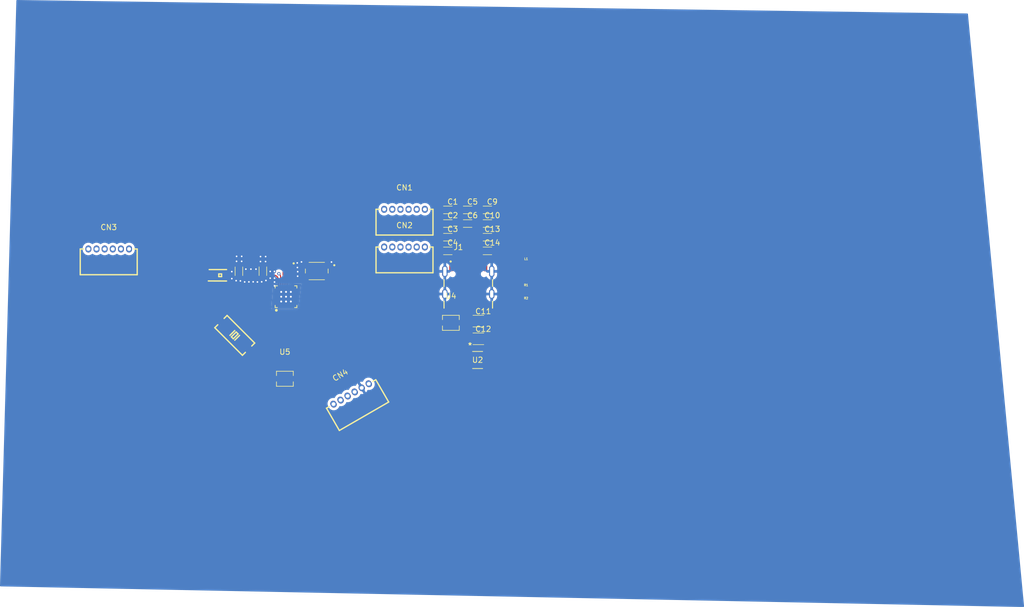
<source format=kicad_pcb>
(kicad_pcb (version 20241229) (generator "pcbnew") (generator_version "9.0")
  (layers (0 "F.Cu" signal) (4 "In1.Cu" signal) (6 "In2.Cu" signal) (2 "B.Cu" signal) (13 "F.Paste" user) (15 "B.Paste" user) (5 "F.SilkS" user "F.Silkscreen") (7 "B.SilkS" user "B.Silkscreen") (1 "F.Mask" user) (3 "B.Mask" user) (25 "Edge.Cuts" user))
  (net 0 "")
  (net 1 "PWR_GND")
  (net 2 "PWR_5V")
  (net 3 "Net-(U5-MODE)")
  (net 4 "Net-(U5-VM)")
  (net 5 "Net-(U4-VM)")
  (net 6 "Net-(U4-MODE)")
  (net 8 "Net-(J1-CC1)")
  (net 9 "Net-(J1-CC2)")
  (net 12 "BPH-1")
  (net 13 "BEN-1")
  (net 14 "APH-1")
  (net 15 "AEN-1")
  (net 16 "AEN")
  (net 17 "BEN")
  (net 18 "BPH")
  (net 19 "APH")
  (net 20 "VDD33")
  (net 21 "VDCIA")
  (net 22 "VINTA")
  (net 23 "ANT")
  (net 24 "Net-(C8-Pad1)")
  (net 43 "1OUT2")
  (net 44 "1ENC2")
  (net 45 "1ENC1")
  (net 46 "1OUT1")
  (net 47 "D-")
  (net 48 "D+")
  (net 49 "VSW")
  (net 50 "BOOT")
  (net 52 "XO_32khz")
  (net 53 "3ENC2")
  (net 54 "XI")
  (net 55 "3ENC1")
  (net 56 "4ENC2")
  (net 58 "2ENC1")
  (net 59 "XO")
  (net 60 "2ENC2")
  (net 62 "XI_32khz")
  (net 63 "4ENC1")
  (net 64 "3OUT1")
  (net 65 "4OUT2")
  (net 66 "3OUT2")
  (net 67 "4OUT1")
  (net 68 "2OUT2")
  (net 70 "2OUT1")
  (footprint "EasyEDA:CONN-TH_6P-P1.50_HCTL_C-ZH1.5-6AW" (layer "F.Cu") (at 92.07 53.25)
    (property "Reference" "CN1" (at 0 -4 0) (layer "F.SilkS"))
    (property "Value" "HC-ZH1.5-6AW")
    (fp_line (start -5.25 0) (end -4.63 0) (stroke (width 0.25)) (layer "F.SilkS"))
    (fp_line (start -5.25 4.75) (end -5.25 0) (stroke (width 0.25)) (layer "F.SilkS"))
    (fp_line (start 5.25 0) (end 4.63 0) (stroke (width 0.25)) (layer "F.SilkS"))
    (fp_line (start 5.25 4.75) (end -5.25 4.75) (stroke (width 0.25)) (layer "F.SilkS"))
    (fp_line (start 5.25 4.75) (end 5.25 0) (stroke (width 0.25)) (layer "F.SilkS"))
    (pad "1" thru_hole oval (at -3.75 0) (size 1.1 1.3) (drill 0.700024) (layers "*.Cu" "*.Mask"))
    (pad "2" thru_hole oval (at -2.25 0) (size 1.1 1.3) (drill 0.700024) (layers "*.Cu" "*.Mask"))
    (pad "3" thru_hole oval (at -0.75 0) (size 1.1 1.3) (drill 0.700024) (layers "*.Cu" "*.Mask"))
    (pad "4" thru_hole oval (at 0.75 0) (size 1.1 1.3) (drill 0.700024) (layers "*.Cu" "*.Mask"))
    (pad "5" thru_hole oval (at 2.25 0) (size 1.1 1.3) (drill 0.700024) (layers "*.Cu" "*.Mask"))
    (pad "6" thru_hole oval (at 3.75 0) (size 1.1 1.3) (drill 0.700024) (layers "*.Cu" "*.Mask"))
  )
  (footprint "Footprint:C_0603" (layer "F.Cu") (at 100.055 58.4)
    (property "Reference" "C3" (at 0.9 -1.5 0) (layer "F.SilkS"))
    (property "Value" ".47uf")
    (fp_line (start -0.8 -0.7) (end 0.8 -0.7) (stroke (width 0.12)) (layer "F.SilkS"))
    (fp_line (start 0.8 0.7) (end -0.8 0.7) (stroke (width 0.12)) (layer "F.SilkS"))
    (pad "1" smd rect (at -0.75 0) (size 0.8 0.8) (layers "F.Cu" "F.Mask" "F.Paste") (net 1 "PWR_GND"))
    (pad "2" smd rect (at 0.75 0) (size 0.8 0.8) (layers "F.Cu" "F.Mask" "F.Paste") (net 22 "VINTA"))
  )
  (footprint "EasyEDA:ANT-SMD_L3.2-W1.6" (layer "F.Cu") (at 57.589999 65.42 180)
    (property "Reference" "U6" (hide yes))
    (property "Value" "ANT3216LL00R2400A" (hide yes))
    (fp_line (start 1.52 1.05) (end -1.68 1.05) (stroke (width 0.25)) (layer "F.SilkS"))
    (fp_line (start -0.25 0.25) (end -0.25 -0.25) (stroke (width 0.25)) (layer "F.SilkS"))
    (fp_line (start -0.25 -0.25) (end -0.76 -0.25) (stroke (width 0.25)) (layer "F.SilkS"))
    (fp_line (start -0.76 0.25) (end -0.25 0.25) (stroke (width 0.25)) (layer "F.SilkS"))
    (fp_line (start -0.76 -0.25) (end -0.76 0.25) (stroke (width 0.25)) (layer "F.SilkS"))
    (fp_line (start -1.68 -1.06) (end 1.68 -1.05) (stroke (width 0.25)) (layer "F.SilkS"))
    (pad "1" smd rect (at -1.58 0 180) (size 1 1.75) (layers "F.Cu" "F.Mask" "F.Paste") (net 24 "Net-(C8-Pad1)"))
    (pad "2" smd rect (at 1.58 0 180) (size 1 1.75) (layers "F.Cu" "F.Mask" "F.Paste"))
  )
  (footprint "CHXXX:QFN32_4X4" (layer "F.Cu") (at 70.23 69.374)
    (property "Reference" "U1" (hide yes))
    (property "Value" "CH592X" (hide yes))
    (fp_line (start -2.0008 -2.00216) (end -1.57407 -2.00216) (stroke (width 0.1524)) (layer "F.SilkS"))
    (fp_line (start -2.0008 -1.60216) (end -2.0008 -2.00216) (stroke (width 0.1524)) (layer "F.SilkS"))
    (fp_line (start -2.0008 1.99784) (end -2.0008 1.59098) (stroke (width 0.1524)) (layer "F.SilkS"))
    (fp_line (start -2.0008 1.99784) (end -1.59504 1.99784) (stroke (width 0.1524)) (layer "F.SilkS"))
    (fp_line (start 1.5835 -2.00216) (end 1.99921 -2.00216) (stroke (width 0.1524)) (layer "F.SilkS"))
    (fp_line (start 1.5852 1.99784) (end 1.99921 1.99784) (stroke (width 0.1524)) (layer "F.SilkS"))
    (fp_line (start 1.99921 -1.59032) (end 1.99921 -2.00216) (stroke (width 0.1524)) (layer "F.SilkS"))
    (fp_line (start 1.99921 1.99784) (end 1.99921 1.59293) (stroke (width 0.1524)) (layer "F.SilkS"))
    (fp_circle (center -1.77954 2.50212) (end -1.77954 2.37512) (stroke (width 0.254)) (fill no) (layer "F.SilkS"))
    (pad "0" thru_hole circle (at -0.889 -0.88737 90) (size 0.508 0.508) (drill 0.3556) (layers "*.Cu" "*.Mask") (net 1 "PWR_GND"))
    (pad "0" thru_hole circle (at -0.889 0) (size 0.508 0.508) (drill 0.3556) (layers "*.Cu") (net 1 "PWR_GND"))
    (pad "0" thru_hole circle (at -0.889 0.88737 90) (size 0.508 0.508) (drill 0.3556) (layers "*.Cu" "*.Mask") (net 1 "PWR_GND"))
    (pad "0" thru_hole circle (at 0 -0.88737) (size 0.508 0.508) (drill 0.3556) (layers "*.Cu") (net 1 "PWR_GND"))
    (pad "0" thru_hole circle (at 0 0 90) (size 0.508 0.508) (drill 0.3556) (layers "*.Cu" "*.Mask") (net 1 "PWR_GND"))
    (pad "0" smd rect (at 0 0 90) (size 2.54 2.54) (layers "F.Cu" "F.Mask" "F.Paste") (net 1 "PWR_GND"))
    (pad "0" thru_hole circle (at 0 0.88737) (size 0.508 0.508) (drill 0.3556) (layers "*.Cu") (net 1 "PWR_GND"))
    (pad "0" thru_hole circle (at 0.889 -0.88737 90) (size 0.508 0.508) (drill 0.3556) (layers "*.Cu" "*.Mask") (net 1 "PWR_GND"))
    (pad "0" thru_hole circle (at 0.889 0) (size 0.508 0.508) (drill 0.3556) (layers "*.Cu") (net 1 "PWR_GND"))
    (pad "0" thru_hole circle (at 0.889 0.88737 90) (size 0.508 0.508) (drill 0.3556) (layers "*.Cu" "*.Mask") (net 1 "PWR_GND"))
    (pad "1" smd oval (at -1.4 1.936 90) (size 0.6 0.22) (layers "F.Cu" "F.Mask" "F.Paste") (net 62 "XI_32khz"))
    (pad "2" smd oval (at -1 1.936 90) (size 0.6 0.22) (layers "F.Cu" "F.Mask" "F.Paste") (net 63 "4ENC1"))
    (pad "3" smd oval (at -0.6 1.936 90) (size 0.6 0.22) (layers "F.Cu" "F.Mask" "F.Paste") (net 56 "4ENC2"))
    (pad "4" smd oval (at -0.2 1.936 90) (size 0.6 0.22) (layers "F.Cu" "F.Mask" "F.Paste") (net 21 "VDCIA"))
    (pad "5" smd oval (at 0.2 1.936 90) (size 0.6 0.22) (layers "F.Cu" "F.Mask" "F.Paste") (net 49 "VSW"))
    (pad "6" smd oval (at 0.6 1.936 90) (size 0.6 0.22) (layers "F.Cu" "F.Mask" "F.Paste") (net 20 "VDD33"))
    (pad "7" smd oval (at 1 1.936 90) (size 0.6 0.22) (layers "F.Cu" "F.Mask" "F.Paste") (net 17 "BEN"))
    (pad "8" smd oval (at 1.4 1.936 90) (size 0.6 0.22) (layers "F.Cu" "F.Mask" "F.Paste") (net 16 "AEN"))
    (pad "9" smd oval (at 1.936 1.4 180) (size 0.6 0.22) (layers "F.Cu" "F.Mask" "F.Paste") (net 18 "BPH"))
    (pad "10" smd oval (at 1.936 1 180) (size 0.6 0.22) (layers "F.Cu" "F.Mask" "F.Paste") (net 19 "APH"))
    (pad "11" smd oval (at 1.936 0.6 180) (size 0.6 0.22) (layers "F.Cu" "F.Mask" "F.Paste") (net 45 "1ENC1"))
    (pad "12" smd oval (at 1.936 0.2 180) (size 0.6 0.22) (layers "F.Cu" "F.Mask" "F.Paste") (net 44 "1ENC2"))
    (pad "13" smd oval (at 1.936 -0.2 180) (size 0.6 0.22) (layers "F.Cu" "F.Mask" "F.Paste") (net 58 "2ENC1"))
    (pad "14" smd oval (at 1.936 -0.6 180) (size 0.6 0.22) (layers "F.Cu" "F.Mask" "F.Paste") (net 60 "2ENC2"))
    (pad "15" smd oval (at 1.936 -1 180) (size 0.6 0.22) (layers "F.Cu" "F.Mask" "F.Paste") (net 48 "D+"))
    (pad "16" smd oval (at 1.936 -1.4 180) (size 0.6 0.22) (layers "F.Cu" "F.Mask" "F.Paste") (net 47 "D-"))
    (pad "17" smd oval (at 1.4 -1.936 270) (size 0.6 0.22) (layers "F.Cu" "F.Mask" "F.Paste"))
    (pad "18" smd oval (at 1 -1.936 270) (size 0.6 0.22) (layers "F.Cu" "F.Mask" "F.Paste"))
    (pad "19" smd oval (at 0.6 -1.936 270) (size 0.6 0.22) (layers "F.Cu" "F.Mask" "F.Paste"))
    (pad "20" smd oval (at 0.2 -1.936 270) (size 0.6 0.22) (layers "F.Cu" "F.Mask" "F.Paste") (net 50 "BOOT"))
    (pad "21" smd oval (at -0.2 -1.936 270) (size 0.6 0.22) (layers "F.Cu" "F.Mask" "F.Paste") (net 54 "XI"))
    (pad "22" smd oval (at -0.6 -1.936 270) (size 0.6 0.22) (layers "F.Cu" "F.Mask" "F.Paste") (net 59 "XO"))
    (pad "23" smd oval (at -1 -1.936 270) (size 0.6 0.22) (layers "F.Cu" "F.Mask" "F.Paste") (net 22 "VINTA"))
    (pad "24" smd oval (at -1.4 -1.936 270) (size 0.6 0.22) (layers "F.Cu" "F.Mask" "F.Paste") (net 23 "ANT"))
    (pad "25" smd oval (at -1.936 -1.4) (size 0.6 0.22) (layers "F.Cu" "F.Mask" "F.Paste") (net 21 "VDCIA"))
    (pad "26" smd oval (at -1.936 -1) (size 0.6 0.22) (layers "F.Cu" "F.Mask" "F.Paste") (net 55 "3ENC1"))
    (pad "27" smd oval (at -1.936 -0.6) (size 0.6 0.22) (layers "F.Cu" "F.Mask" "F.Paste") (net 53 "3ENC2"))
    (pad "28" smd oval (at -1.936 -0.2) (size 0.6 0.22) (layers "F.Cu" "F.Mask" "F.Paste") (net 14 "APH-1"))
    (pad "29" smd oval (at -1.936 0.2) (size 0.6 0.22) (layers "F.Cu" "F.Mask" "F.Paste") (net 12 "BPH-1"))
    (pad "30" smd oval (at -1.936 0.6) (size 0.6 0.22) (layers "F.Cu" "F.Mask" "F.Paste") (net 15 "AEN-1"))
    (pad "31" smd oval (at -1.936 1) (size 0.6 0.22) (layers "F.Cu" "F.Mask" "F.Paste") (net 13 "BEN-1"))
    (pad "32" smd oval (at -1.936 1.4) (size 0.6 0.22) (layers "F.Cu" "F.Mask" "F.Paste") (net 52 "XO_32khz"))
  )
  (footprint "Footprint:C_0603" (layer "F.Cu") (at 107.355 58.4)
    (property "Reference" "C13" (at 0.9 -1.5 0) (layer "F.SilkS"))
    (property "Value" "0.1uf")
    (fp_line (start -0.8 -0.7) (end 0.8 -0.7) (stroke (width 0.12)) (layer "F.SilkS"))
    (fp_line (start 0.8 0.7) (end -0.8 0.7) (stroke (width 0.12)) (layer "F.SilkS"))
    (pad "1" smd rect (at -0.75 0) (size 0.8 0.8) (layers "F.Cu" "F.Mask" "F.Paste") (net 1 "PWR_GND"))
    (pad "2" smd rect (at 0.75 0) (size 0.8 0.8) (layers "F.Cu" "F.Mask" "F.Paste") (net 5 "Net-(U4-VM)"))
  )
  (footprint "EasyEDA:CONN-TH_6P-P1.50_HCTL_C-ZH1.5-6AW" (layer "F.Cu") (at 92.07 60.21)
    (property "Reference" "CN2" (at 0 -4 0) (layer "F.SilkS"))
    (property "Value" "HC-ZH1.5-6AW")
    (fp_line (start -5.25 0) (end -4.63 0) (stroke (width 0.25)) (layer "F.SilkS"))
    (fp_line (start -5.25 4.75) (end -5.25 0) (stroke (width 0.25)) (layer "F.SilkS"))
    (fp_line (start 5.25 0) (end 4.63 0) (stroke (width 0.25)) (layer "F.SilkS"))
    (fp_line (start 5.25 4.75) (end -5.25 4.75) (stroke (width 0.25)) (layer "F.SilkS"))
    (fp_line (start 5.25 4.75) (end 5.25 0) (stroke (width 0.25)) (layer "F.SilkS"))
    (pad "1" thru_hole oval (at -3.75 0) (size 1.1 1.3) (drill 0.700024) (layers "*.Cu" "*.Mask"))
    (pad "2" thru_hole oval (at -2.25 0) (size 1.1 1.3) (drill 0.700024) (layers "*.Cu" "*.Mask"))
    (pad "3" thru_hole oval (at -0.75 0) (size 1.1 1.3) (drill 0.700024) (layers "*.Cu" "*.Mask"))
    (pad "4" thru_hole oval (at 0.75 0) (size 1.1 1.3) (drill 0.700024) (layers "*.Cu" "*.Mask"))
    (pad "5" thru_hole oval (at 2.25 0) (size 1.1 1.3) (drill 0.700024) (layers "*.Cu" "*.Mask"))
    (pad "6" thru_hole oval (at 3.75 0) (size 1.1 1.3) (drill 0.700024) (layers "*.Cu" "*.Mask"))
  )
  (footprint "Footprint:0603" (layer "F.Cu") (at 114.8684 70.6388)
    (property "Reference" "R2" (at -0.38542 -0.986064 0) (layer "F.SilkS") (effects (font (size 0.394126 0.394126) (thickness 0.098532))))
    (property "Value" "5.1k" (hide yes))
    (pad "1" smd rect (at -0.85 0) (size 1.1 1) (layers "F.Cu" "F.Mask" "F.Paste") (net 8 "Net-(J1-CC1)"))
    (pad "2" smd rect (at 0.85 0) (size 1.1 1) (layers "F.Cu" "F.Mask" "F.Paste") (net 1 "PWR_GND"))
  )
  (footprint "Footprint:C_1206" (layer "F.Cu") (at 105.685 77.14)
    (property "Reference" "C12" (at 0.9 -1.8 0) (layer "F.SilkS"))
    (property "Value" "22uf")
    (fp_line (start -1 -1.07) (end 1 -1.07) (stroke (width 0.12)) (layer "F.SilkS"))
    (fp_line (start 1 1.07) (end -1 1.07) (stroke (width 0.12)) (layer "F.SilkS"))
    (pad "1" smd rect (at -1.5 0) (size 1.2 1.6) (layers "F.Cu" "F.Mask" "F.Paste") (net 1 "PWR_GND"))
    (pad "2" smd rect (at 1.5 0) (size 1.2 1.6) (layers "F.Cu" "F.Mask" "F.Paste") (net 5 "Net-(U4-VM)"))
  )
  (footprint "Footprint:C_0603" (layer "F.Cu") (at 107.355 53.36)
    (property "Reference" "C9" (at 0.9 -1.5 0) (layer "F.SilkS"))
    (property "Value" "0.1uf")
    (fp_line (start -0.8 -0.7) (end 0.8 -0.7) (stroke (width 0.12)) (layer "F.SilkS"))
    (fp_line (start 0.8 0.7) (end -0.8 0.7) (stroke (width 0.12)) (layer "F.SilkS"))
    (pad "1" smd rect (at -0.75 0) (size 0.8 0.8) (layers "F.Cu" "F.Mask" "F.Paste") (net 3 "Net-(U5-MODE)"))
    (pad "2" smd rect (at 0.75 0) (size 0.8 0.8) (layers "F.Cu" "F.Mask" "F.Paste") (net 1 "PWR_GND"))
  )
  (footprint "Footprint:32mhz crystal" (layer "F.Cu") (at 70.64 64.58 -90)
    (property "Reference" "Y1" (hide yes))
    (property "Value" "XRCGB32M000F2P01R0" (hide yes))
    (fp_circle (center -1.35 -1) (end -1.25 -1) (stroke (width 0.2)) (fill no) (layer "F.SilkS"))
    (pad "1" smd rect (at -0.5 -0.675 270) (size 0.7 0.75) (layers "F.Cu" "F.Mask" "F.Paste") (net 54 "XI"))
    (pad "2" smd rect (at -0.5 0.675 270) (size 0.7 0.75) (layers "F.Cu" "F.Mask" "F.Paste"))
    (pad "3" smd rect (at 0.5 0.675 270) (size 0.7 0.75) (layers "F.Cu" "F.Mask" "F.Paste") (net 59 "XO"))
    (pad "4" smd rect (at 0.5 -0.675 270) (size 0.7 0.75) (layers "F.Cu" "F.Mask" "F.Paste"))
  )
  (footprint "Footprint:0603" (layer "F.Cu") (at 114.8684 63.3884)
    (property "Reference" "L1" (at -0.38542 -0.986064 0) (layer "F.SilkS") (effects (font (size 0.394126 0.394126) (thickness 0.098532))))
    (property "Value" "10uH" (hide yes))
    (pad "1" smd rect (at -0.85 0) (size 1.1 1) (layers "F.Cu" "F.Mask" "F.Paste") (net 49 "VSW"))
    (pad "2" smd rect (at 0.85 0) (size 1.1 1) (layers "F.Cu" "F.Mask" "F.Paste") (net 21 "VDCIA"))
  )
  (footprint "Footprint:C_0603" (layer "F.Cu") (at 103.705 55.88)
    (property "Reference" "C6" (at 0.9 -1.5 0) (layer "F.SilkS"))
    (property "Value" "4.7uF")
    (fp_line (start -0.8 -0.7) (end 0.8 -0.7) (stroke (width 0.12)) (layer "F.SilkS"))
    (fp_line (start 0.8 0.7) (end -0.8 0.7) (stroke (width 0.12)) (layer "F.SilkS"))
    (pad "1" smd rect (at -0.75 0) (size 0.8 0.8) (layers "F.Cu" "F.Mask" "F.Paste") (net 21 "VDCIA"))
    (pad "2" smd rect (at 0.75 0) (size 0.8 0.8) (layers "F.Cu" "F.Mask" "F.Paste") (net 1 "PWR_GND"))
  )
  (footprint "Footprint:C_0603" (layer "F.Cu") (at 61.55 64.680001 90)
    (property "Reference" "C8" (hide yes))
    (property "Value" "1.5pf" (hide yes))
    (fp_line (start -0.8 -0.7) (end 0.8 -0.7) (stroke (width 0.12)) (layer "F.SilkS"))
    (fp_line (start 0.8 0.7) (end -0.8 0.7) (stroke (width 0.12)) (layer "F.SilkS"))
    (pad "1" smd rect (at -0.75 0 90) (size 0.8 0.8) (layers "F.Cu" "F.Mask" "F.Paste") (net 24 "Net-(C8-Pad1)"))
    (pad "2" smd rect (at 0.75 0 90) (size 0.8 0.8) (layers "F.Cu" "F.Mask" "F.Paste") (net 1 "PWR_GND"))
  )
  (footprint "Footprint:voltage regulator" (layer "F.Cu") (at 105.5458 81.048)
    (property "Reference" "U2" (at 0 0 0) (layer "F.SilkS"))
    (property "Value" "TCR2EF33_LMCT")
    (fp_line (start -0.9271 1.5748) (end 0.9271 1.5748) (stroke (width 0.1524)) (layer "F.SilkS"))
    (fp_line (start 0.9271 -1.5748) (end -0.9271 -1.5748) (stroke (width 0.1524)) (layer "F.SilkS"))
    (fp_text user "*" (at -1.3984 -2.6518 0) (layer "F.SilkS"))
    (fp_text user "*" (at -1.3984 -2.6518 0) (layer "F.SilkS"))
    (pad "1" smd rect (at -1.1444 -0.950001) (size 1.4224 0.5588) (layers "F.Cu" "F.Mask" "F.Paste") (net 2 "PWR_5V"))
    (pad "2" smd rect (at -1.1444 0) (size 1.4224 0.5588) (layers "F.Cu" "F.Mask" "F.Paste") (net 1 "PWR_GND"))
    (pad "3" smd rect (at -1.1444 0.950001) (size 1.4224 0.5588) (layers "F.Cu" "F.Mask" "F.Paste") (net 2 "PWR_5V"))
    (pad "4" smd rect (at 1.1444 0.950001) (size 1.4224 0.5588) (layers "F.Cu" "F.Mask" "F.Paste"))
    (pad "5" smd rect (at 1.1444 -0.950001) (size 1.4224 0.5588) (layers "F.Cu" "F.Mask" "F.Paste") (net 20 "VDD33"))
  )
  (footprint "Footprint:C_0603" (layer "F.Cu") (at 103.705 53.36)
    (property "Reference" "C5" (at 0.9 -1.5 0) (layer "F.SilkS"))
    (property "Value" "1uF")
    (fp_line (start -0.8 -0.7) (end 0.8 -0.7) (stroke (width 0.12)) (layer "F.SilkS"))
    (fp_line (start 0.8 0.7) (end -0.8 0.7) (stroke (width 0.12)) (layer "F.SilkS"))
    (pad "1" smd rect (at -0.75 0) (size 0.8 0.8) (layers "F.Cu" "F.Mask" "F.Paste") (net 20 "VDD33"))
    (pad "2" smd rect (at 0.75 0) (size 0.8 0.8) (layers "F.Cu" "F.Mask" "F.Paste") (net 1 "PWR_GND"))
  )
  (footprint "Footprint:C_0603" (layer "F.Cu") (at 100.055 55.88)
    (property "Reference" "C2" (at 0.9 -1.5 0) (layer "F.SilkS"))
    (property "Value" "0.1uf")
    (fp_line (start -0.8 -0.7) (end 0.8 -0.7) (stroke (width 0.12)) (layer "F.SilkS"))
    (fp_line (start 0.8 0.7) (end -0.8 0.7) (stroke (width 0.12)) (layer "F.SilkS"))
    (pad "1" smd rect (at -0.75 0) (size 0.8 0.8) (layers "F.Cu" "F.Mask" "F.Paste") (net 1 "PWR_GND"))
    (pad "2" smd rect (at 0.75 0) (size 0.8 0.8) (layers "F.Cu" "F.Mask" "F.Paste") (net 21 "VDCIA"))
  )
  (footprint "Footprint:C_0603" (layer "F.Cu") (at 65.969999 64.67 90)
    (property "Reference" "C7" (hide yes))
    (property "Value" "0.5pf" (hide yes))
    (fp_line (start -0.8 -0.7) (end 0.8 -0.7) (stroke (width 0.12)) (layer "F.SilkS"))
    (fp_line (start 0.8 0.7) (end -0.8 0.7) (stroke (width 0.12)) (layer "F.SilkS"))
    (pad "1" smd rect (at -0.75 0 90) (size 0.8 0.8) (layers "F.Cu" "F.Mask" "F.Paste") (net 23 "ANT"))
    (pad "2" smd rect (at 0.75 0 90) (size 0.8 0.8) (layers "F.Cu" "F.Mask" "F.Paste") (net 1 "PWR_GND"))
  )
  (footprint "EasyEDA:WSON-12_L3.0-W2.0-P0.50-BL-EP" (layer "F.Cu") (at 100.615 74.185)
    (property "Reference" "U4" (at 0 -4.94 0) (layer "F.SilkS"))
    (property "Value" "DRV8835DSSR")
    (fp_line (start -1.55 -0.57) (end -1.55 -1.37) (stroke (width 0.13)) (layer "F.SilkS"))
    (fp_line (start -1.55 1.4) (end -1.55 0.57) (stroke (width 0.13)) (layer "F.SilkS"))
    (fp_line (start 1.55 -1.37) (end -1.55 -1.37) (stroke (width 0.13)) (layer "F.SilkS"))
    (fp_line (start 1.55 -0.57) (end 1.55 -1.37) (stroke (width 0.13)) (layer "F.SilkS"))
    (fp_line (start 1.55 0.57) (end 1.55 1.4) (stroke (width 0.13)) (layer "F.SilkS"))
    (fp_line (start 1.55 1.4) (end -1.55 1.4) (stroke (width 0.13)) (layer "F.SilkS"))
    (pad "1" smd rect (at -1.25 0.94) (size 0.28 0.5) (layers "F.Cu" "F.Mask" "F.Paste") (net 5 "Net-(U4-VM)"))
    (pad "2" smd rect (at -0.75 0.94) (size 0.28 0.5) (layers "F.Cu" "F.Mask" "F.Paste") (net 64 "3OUT1"))
    (pad "3" smd rect (at -0.25 0.94) (size 0.28 0.5) (layers "F.Cu" "F.Mask" "F.Paste") (net 66 "3OUT2"))
    (pad "4" smd rect (at 0.25 0.94) (size 0.28 0.5) (layers "F.Cu" "F.Mask" "F.Paste") (net 67 "4OUT1"))
    (pad "5" smd rect (at 0.75 0.94) (size 0.28 0.5) (layers "F.Cu" "F.Mask" "F.Paste") (net 65 "4OUT2"))
    (pad "6" smd rect (at 1.25 0.94) (size 0.28 0.5) (layers "F.Cu" "F.Mask" "F.Paste") (net 1 "PWR_GND"))
    (pad "7" smd rect (at 1.25 -0.94) (size 0.28 0.5) (layers "F.Cu" "F.Mask" "F.Paste") (net 13 "BEN-1"))
    (pad "8" smd rect (at 0.75 -0.94) (size 0.28 0.5) (layers "F.Cu" "F.Mask" "F.Paste") (net 12 "BPH-1"))
    (pad "9" smd rect (at 0.25 -0.94) (size 0.28 0.5) (layers "F.Cu" "F.Mask" "F.Paste") (net 15 "AEN-1"))
    (pad "10" smd rect (at -0.25 -0.94) (size 0.28 0.5) (layers "F.Cu" "F.Mask" "F.Paste") (net 14 "APH-1"))
    (pad "11" smd rect (at -0.75 -0.94) (size 0.28 0.5) (layers "F.Cu" "F.Mask" "F.Paste") (net 6 "Net-(U4-MODE)"))
    (pad "12" smd rect (at -1.25 -0.94) (size 0.28 0.5) (layers "F.Cu" "F.Mask" "F.Paste") (net 6 "Net-(U4-MODE)"))
    (pad "13" smd custom (at 0 0) (size 0.01 0.01) (layers "F.Cu" "F.Mask" "F.Paste") (net 1 "PWR_GND") (options (clearance outline) (anchor circle)) (primitives (gr_poly (pts (xy -1.05 -0.45) (xy -1.05 -0.3) (xy -1.7 -0.3) (xy -1.7 -0.1) (xy -1.05 -0.1) (xy -1.05 0.1) (xy -1.7 0.1) (xy -1.7 0.3) (xy -1.05 0.3) (xy -1.05 0.45) (xy 1.05 0.45) (xy 1.05 0.3) (xy 1.7 0.3) (xy 1.7 0.1) (xy 1.05 0.1) (xy 1.05 -0.1) (xy 1.7 -0.1) (xy 1.7 -0.3) (xy 1.05 -0.3) (xy 1.05 -0.45)) (width 0.1) (fill yes))))
  )
  (footprint "EasyEDA:CONN-TH_6P-P1.50_HCTL_C-ZH1.5-6AW" (layer "F.Cu") (at 82.2325 87.315222 30)
    (property "Reference" "CN4" (at 0 -4 30) (layer "F.SilkS"))
    (property "Value" "HC-ZH1.5-6AW")
    (fp_line (start -5.25 0) (end -4.63 0) (stroke (width 0.25)) (layer "F.SilkS"))
    (fp_line (start -5.25 4.75) (end -5.25 0) (stroke (width 0.25)) (layer "F.SilkS"))
    (fp_line (start 5.25 0) (end 4.63 0) (stroke (width 0.25)) (layer "F.SilkS"))
    (fp_line (start 5.25 4.75) (end -5.25 4.75) (stroke (width 0.25)) (layer "F.SilkS"))
    (fp_line (start 5.25 4.75) (end 5.25 0) (stroke (width 0.25)) (layer "F.SilkS"))
    (pad "1" thru_hole oval (at -3.75 0 30) (size 1.1 1.3) (drill 0.700024) (layers "*.Cu" "*.Mask") (net 43 "1OUT2"))
    (pad "2" thru_hole oval (at -2.25 0 30) (size 1.1 1.3) (drill 0.700024) (layers "*.Cu" "*.Mask") (net 20 "VDD33"))
    (pad "3" thru_hole oval (at -0.75 0 30) (size 1.1 1.3) (drill 0.700024) (layers "*.Cu" "*.Mask") (net 45 "1ENC1"))
    (pad "4" thru_hole oval (at 0.75 0 30) (size 1.1 1.3) (drill 0.700024) (layers "*.Cu" "*.Mask") (net 44 "1ENC2"))
    (pad "5" thru_hole oval (at 2.25 0 30) (size 1.1 1.3) (drill 0.700024) (layers "*.Cu" "*.Mask") (net 1 "PWR_GND"))
    (pad "6" thru_hole oval (at 3.75 0 30) (size 1.1 1.3) (drill 0.700024) (layers "*.Cu" "*.Mask") (net 46 "1OUT1"))
  )
  (footprint "Footprint:0603" (layer "F.Cu") (at 114.8684 68.222)
    (property "Reference" "R1" (at -0.38542 -0.986064 0) (layer "F.SilkS") (effects (font (size 0.394126 0.394126) (thickness 0.098532))))
    (property "Value" "5.1k" (hide yes))
    (pad "1" smd rect (at -0.85 0) (size 1.1 1) (layers "F.Cu" "F.Mask" "F.Paste") (net 9 "Net-(J1-CC2)"))
    (pad "2" smd rect (at 0.85 0) (size 1.1 1) (layers "F.Cu" "F.Mask" "F.Paste") (net 1 "PWR_GND"))
  )
  (footprint "Footprint:C_0603" (layer "F.Cu") (at 107.355 60.92)
    (property "Reference" "C14" (at 0.9 -1.5 0) (layer "F.SilkS"))
    (property "Value" "0.1uf")
    (fp_line (start -0.8 -0.7) (end 0.8 -0.7) (stroke (width 0.12)) (layer "F.SilkS"))
    (fp_line (start 0.8 0.7) (end -0.8 0.7) (stroke (width 0.12)) (layer "F.SilkS"))
    (pad "1" smd rect (at -0.75 0) (size 0.8 0.8) (layers "F.Cu" "F.Mask" "F.Paste") (net 6 "Net-(U4-MODE)"))
    (pad "2" smd rect (at 0.75 0) (size 0.8 0.8) (layers "F.Cu" "F.Mask" "F.Paste") (net 1 "PWR_GND"))
  )
  (footprint "Footprint:C_1206" (layer "F.Cu") (at 105.685 73.88)
    (property "Reference" "C11" (at 0.9 -1.8 0) (layer "F.SilkS"))
    (property "Value" "22uf")
    (fp_line (start -1 -1.07) (end 1 -1.07) (stroke (width 0.12)) (layer "F.SilkS"))
    (fp_line (start 1 1.07) (end -1 1.07) (stroke (width 0.12)) (layer "F.SilkS"))
    (pad "1" smd rect (at -1.5 0) (size 1.2 1.6) (layers "F.Cu" "F.Mask" "F.Paste") (net 1 "PWR_GND"))
    (pad "2" smd rect (at 1.5 0) (size 1.2 1.6) (layers "F.Cu" "F.Mask" "F.Paste") (net 4 "Net-(U5-VM)"))
  )
  (footprint "Footprint:button" (layer "F.Cu") (at 75.8975 64.64 180)
    (property "Reference" "S2" (hide yes))
    (property "Value" "TL3365AF180QG" (hide yes))
    (fp_line (start 2.1 0.3865) (end 2.1 -0.3865) (stroke (width 0.127)) (layer "F.SilkS"))
    (fp_line (start 1.4365 -1.600001) (end -1.436499 -1.6) (stroke (width 0.127)) (layer "F.SilkS"))
    (fp_line (start -1.4365 1.600001) (end 1.436499 1.6) (stroke (width 0.127)) (layer "F.SilkS"))
    (fp_line (start -2.1 -0.3865) (end -2.1 0.3865) (stroke (width 0.127)) (layer "F.SilkS"))
    (fp_circle (center -3.23 1.075) (end -3.13 1.074999) (stroke (width 0.2)) (fill no) (layer "F.SilkS"))
    (pad "1" smd rect (at -2.25 1.075 180) (size 1 0.75) (layers "F.Cu" "F.Mask" "F.Paste") (net 1 "PWR_GND"))
    (pad "2" smd rect (at 2.25 1.075 180) (size 1 0.75) (layers "F.Cu" "F.Mask" "F.Paste") (net 1 "PWR_GND"))
    (pad "3" smd rect (at -2.25 -1.075 180) (size 1 0.75) (layers "F.Cu" "F.Mask" "F.Paste") (net 50 "BOOT"))
    (pad "4" smd rect (at 2.25 -1.075 180) (size 1 0.75) (layers "F.Cu" "F.Mask" "F.Paste") (net 50 "BOOT"))
  )
  (footprint "EasyEDA:CONN-TH_6P-P1.50_HCTL_C-ZH1.5-6AW" (layer "F.Cu") (at 37.55 60.57)
    (property "Reference" "CN3" (at 0 -4 0) (layer "F.SilkS"))
    (property "Value" "HC-ZH1.5-6AW")
    (fp_line (start -5.25 0) (end -4.63 0) (stroke (width 0.25)) (layer "F.SilkS"))
    (fp_line (start -5.25 4.75) (end -5.25 0) (stroke (width 0.25)) (layer "F.SilkS"))
    (fp_line (start 5.25 0) (end 4.63 0) (stroke (width 0.25)) (layer "F.SilkS"))
    (fp_line (start 5.25 4.75) (end -5.25 4.75) (stroke (width 0.25)) (layer "F.SilkS"))
    (fp_line (start 5.25 4.75) (end 5.25 0) (stroke (width 0.25)) (layer "F.SilkS"))
    (pad "1" thru_hole oval (at -3.75 0) (size 1.1 1.3) (drill 0.700024) (layers "*.Cu" "*.Mask"))
    (pad "2" thru_hole oval (at -2.25 0) (size 1.1 1.3) (drill 0.700024) (layers "*.Cu" "*.Mask"))
    (pad "3" thru_hole oval (at -0.75 0) (size 1.1 1.3) (drill 0.700024) (layers "*.Cu" "*.Mask"))
    (pad "4" thru_hole oval (at 0.75 0) (size 1.1 1.3) (drill 0.700024) (layers "*.Cu" "*.Mask"))
    (pad "5" thru_hole oval (at 2.25 0) (size 1.1 1.3) (drill 0.700024) (layers "*.Cu" "*.Mask"))
    (pad "6" thru_hole oval (at 3.75 0) (size 1.1 1.3) (drill 0.700024) (layers "*.Cu" "*.Mask"))
  )
  (footprint "Footprint:C_0603" (layer "F.Cu") (at 100.055 60.92)
    (property "Reference" "C4" (at 0.9 -1.5 0) (layer "F.SilkS"))
    (property "Value" "0.1uF")
    (fp_line (start -0.8 -0.7) (end 0.8 -0.7) (stroke (width 0.12)) (layer "F.SilkS"))
    (fp_line (start 0.8 0.7) (end -0.8 0.7) (stroke (width 0.12)) (layer "F.SilkS"))
    (pad "1" smd rect (at -0.75 0) (size 0.8 0.8) (layers "F.Cu" "F.Mask" "F.Paste") (net 1 "PWR_GND"))
    (pad "2" smd rect (at 0.75 0) (size 0.8 0.8) (layers "F.Cu" "F.Mask" "F.Paste") (net 2 "PWR_5V"))
  )
  (footprint "Footprint:C_0603" (layer "F.Cu") (at 100.055 53.36)
    (property "Reference" "C1" (at 0.9 -1.5 0) (layer "F.SilkS"))
    (property "Value" "2.2uf")
    (fp_line (start -0.8 -0.7) (end 0.8 -0.7) (stroke (width 0.12)) (layer "F.SilkS"))
    (fp_line (start 0.8 0.7) (end -0.8 0.7) (stroke (width 0.12)) (layer "F.SilkS"))
    (pad "1" smd rect (at -0.75 0) (size 0.8 0.8) (layers "F.Cu" "F.Mask" "F.Paste") (net 20 "VDD33"))
    (pad "2" smd rect (at 0.75 0) (size 0.8 0.8) (layers "F.Cu" "F.Mask" "F.Paste") (net 1 "PWR_GND"))
  )
  (footprint "EasyEDA:WSON-12_L3.0-W2.0-P0.50-BL-EP" (layer "F.Cu") (at 70.02 84.5)
    (property "Reference" "U5" (at 0 -4.94 0) (layer "F.SilkS"))
    (property "Value" "DRV8835DSSR")
    (fp_line (start -1.55 -0.57) (end -1.55 -1.37) (stroke (width 0.13)) (layer "F.SilkS"))
    (fp_line (start -1.55 1.4) (end -1.55 0.57) (stroke (width 0.13)) (layer "F.SilkS"))
    (fp_line (start 1.55 -1.37) (end -1.55 -1.37) (stroke (width 0.13)) (layer "F.SilkS"))
    (fp_line (start 1.55 -0.57) (end 1.55 -1.37) (stroke (width 0.13)) (layer "F.SilkS"))
    (fp_line (start 1.55 0.57) (end 1.55 1.4) (stroke (width 0.13)) (layer "F.SilkS"))
    (fp_line (start 1.55 1.4) (end -1.55 1.4) (stroke (width 0.13)) (layer "F.SilkS"))
    (pad "1" smd rect (at -1.25 0.94) (size 0.28 0.5) (layers "F.Cu" "F.Mask" "F.Paste") (net 4 "Net-(U5-VM)"))
    (pad "2" smd rect (at -0.75 0.94) (size 0.28 0.5) (layers "F.Cu" "F.Mask" "F.Paste") (net 46 "1OUT1"))
    (pad "3" smd rect (at -0.25 0.94) (size 0.28 0.5) (layers "F.Cu" "F.Mask" "F.Paste") (net 43 "1OUT2"))
    (pad "4" smd rect (at 0.25 0.94) (size 0.28 0.5) (layers "F.Cu" "F.Mask" "F.Paste") (net 70 "2OUT1"))
    (pad "5" smd rect (at 0.75 0.94) (size 0.28 0.5) (layers "F.Cu" "F.Mask" "F.Paste") (net 68 "2OUT2"))
    (pad "6" smd rect (at 1.25 0.94) (size 0.28 0.5) (layers "F.Cu" "F.Mask" "F.Paste"))
    (pad "7" smd rect (at 1.25 -0.94) (size 0.28 0.5) (layers "F.Cu" "F.Mask" "F.Paste") (net 19 "APH"))
    (pad "8" smd rect (at 0.75 -0.94) (size 0.28 0.5) (layers "F.Cu" "F.Mask" "F.Paste") (net 16 "AEN"))
    (pad "9" smd rect (at 0.25 -0.94) (size 0.28 0.5) (layers "F.Cu" "F.Mask" "F.Paste") (net 18 "BPH"))
    (pad "10" smd rect (at -0.25 -0.94) (size 0.28 0.5) (layers "F.Cu" "F.Mask" "F.Paste") (net 17 "BEN"))
    (pad "11" smd rect (at -0.75 -0.94) (size 0.28 0.5) (layers "F.Cu" "F.Mask" "F.Paste") (net 3 "Net-(U5-MODE)"))
    (pad "12" smd rect (at -1.25 -0.94) (size 0.28 0.5) (layers "F.Cu" "F.Mask" "F.Paste") (net 3 "Net-(U5-MODE)"))
    (pad "13" smd custom (at 0 0) (size 0.01 0.01) (layers "F.Cu" "F.Mask" "F.Paste") (net 1 "PWR_GND") (options (clearance outline) (anchor circle)) (primitives (gr_poly (pts (xy -1.05 -0.45) (xy -1.05 -0.3) (xy -1.7 -0.3) (xy -1.7 -0.1) (xy -1.05 -0.1) (xy -1.05 0.1) (xy -1.7 0.1) (xy -1.7 0.3) (xy -1.05 0.3) (xy -1.05 0.45) (xy 1.05 0.45) (xy 1.05 0.3) (xy 1.7 0.3) (xy 1.7 0.1) (xy 1.05 0.1) (xy 1.05 -0.1) (xy 1.7 -0.1) (xy 1.7 -0.3) (xy 1.05 -0.3) (xy 1.05 -0.45)) (width 0.1) (fill yes))))
  )
  (footprint "Footprint:0603" (layer "F.Cu") (at 63.74 65.43)
    (property "Reference" "L2" (hide yes))
    (property "Value" "3.9nh" (hide yes))
    (pad "1" smd rect (at -0.85 0) (size 1.1 1) (layers "F.Cu" "F.Mask" "F.Paste") (net 24 "Net-(C8-Pad1)"))
    (pad "2" smd rect (at 0.85 0) (size 1.1 1) (layers "F.Cu" "F.Mask" "F.Paste") (net 23 "ANT"))
  )
  (footprint "Footprint:usbc" (layer "F.Cu") (at 103.825 68.88)
    (property "Reference" "J1" (at -1.825 -8.635 0) (layer "F.SilkS"))
    (property "Value" "USB4105-GF-A")
    (fp_line (start -4.47 -2.65) (end -4.47 -1.4) (stroke (width 0.2)) (layer "F.SilkS"))
    (fp_line (start -4.47 1.32) (end -4.47 2.6) (stroke (width 0.2)) (layer "F.SilkS"))
    (fp_line (start 4.47 -2.65) (end 4.47 -1.4) (stroke (width 0.2)) (layer "F.SilkS"))
    (fp_line (start 4.47 2.6) (end 4.47 1.32) (stroke (width 0.2)) (layer "F.SilkS"))
    (fp_circle (center -3.25 -6) (end -3.15 -6) (stroke (width 0.2)) (fill no) (layer "F.SilkS"))
    (pad "" np_thru_hole circle (at -2.89 -3.68) (size 0.65 0.65) (drill 0.65) (layers "*.Cu" "*.Mask"))
    (pad "" np_thru_hole circle (at 2.89 -3.68) (size 0.65 0.65) (drill 0.65) (layers "*.Cu" "*.Mask"))
    (pad "A1_B12" smd rect (at -3.2 -4.755) (size 0.6 1.15) (layers "F.Cu" "F.Paste") (net 1 "PWR_GND"))
    (pad "A4_B9" smd rect (at -2.4 -4.755) (size 0.6 1.15) (layers "F.Cu" "F.Paste") (net 2 "PWR_5V"))
    (pad "A5" smd rect (at -1.25 -4.755) (size 0.3 1.15) (layers "F.Cu" "F.Paste") (net 8 "Net-(J1-CC1)"))
    (pad "A6" smd rect (at -0.25 -4.755) (size 0.3 1.15) (layers "F.Cu" "F.Paste") (net 48 "D+"))
    (pad "A7" smd rect (at 0.25 -4.755) (size 0.3 1.15) (layers "F.Cu" "F.Paste") (net 47 "D-"))
    (pad "A8" smd rect (at 1.25 -4.755) (size 0.3 1.15) (layers "F.Cu" "F.Paste"))
    (pad "B1_A12" smd rect (at 3.2 -4.755) (size 0.6 1.15) (layers "F.Cu" "F.Paste") (net 1 "PWR_GND"))
    (pad "B4_A9" smd rect (at 2.4 -4.755) (size 0.6 1.15) (layers "F.Cu" "F.Paste") (net 2 "PWR_5V"))
    (pad "B5" smd rect (at 1.75 -4.755) (size 0.3 1.15) (layers "F.Cu" "F.Paste") (net 9 "Net-(J1-CC2)"))
    (pad "B6" smd rect (at 0.75 -4.755) (size 0.3 1.15) (layers "F.Cu" "F.Paste") (net 48 "D+"))
    (pad "B7" smd rect (at -0.75 -4.755) (size 0.3 1.15) (layers "F.Cu" "F.Paste") (net 47 "D-"))
    (pad "B8" smd rect (at -1.75 -4.755) (size 0.3 1.15) (layers "F.Cu" "F.Paste"))
    (pad "SH1" thru_hole oval (at -4.32 -4.18) (size 1 2.1) (drill oval 0.6 1.7) (layers "*.Cu" "*.Mask") (net 1 "PWR_GND"))
    (pad "SH2" thru_hole oval (at 4.32 -4.18) (size 1 2.1) (drill oval 0.6 1.7) (layers "*.Cu" "*.Mask") (net 1 "PWR_GND"))
    (pad "SH3" thru_hole oval (at -4.32 0) (size 1 1.8) (drill oval 0.6 1.4) (layers "*.Cu" "*.Mask") (net 1 "PWR_GND"))
    (pad "SH4" thru_hole oval (at 4.32 0) (size 1 1.8) (drill oval 0.6 1.4) (layers "*.Cu" "*.Mask") (net 1 "PWR_GND"))
  )
  (footprint "EasyEDA:HC-49S_L7.2-W3.2" (layer "F.Cu") (at 60.78 76.51 135)
    (property "Reference" "U3" (hide yes))
    (property "Value" "C30732.768NCXE20" (hide yes))
    (fp_line (start 3.599999 -1.600002) (end 3.6 -0.83) (stroke (width 0.25)) (layer "F.SilkS"))
    (fp_line (start 3.599999 0.830001) (end 3.599999 1.6) (stroke (width 0.25)) (layer "F.SilkS"))
    (fp_line (start 3.599999 1.6) (end -3.599999 1.600002) (stroke (width 0.25)) (layer "F.SilkS"))
    (fp_line (start 0.63 -0.63) (end 0.63 0) (stroke (width 0.25)) (layer "F.SilkS"))
    (fp_line (start 0.25 -0.63) (end -0.25 -0.63) (stroke (width 0.25)) (layer "F.SilkS"))
    (fp_line (start 0.63 0) (end 0.63 0.63) (stroke (width 0.25)) (layer "F.SilkS"))
    (fp_line (start -0.25 -0.63) (end -0.25 0.63) (stroke (width 0.25)) (layer "F.SilkS"))
    (fp_line (start -0.63 -0.63) (end -0.63 0) (stroke (width 0.25)) (layer "F.SilkS"))
    (fp_line (start 0.25 0.63) (end 0.25 -0.63) (stroke (width 0.25)) (layer "F.SilkS"))
    (fp_line (start -0.63 0) (end -0.63 0.63) (stroke (width 0.25)) (layer "F.SilkS"))
    (fp_line (start -0.25 0.63) (end 0.25 0.63) (stroke (width 0.25)) (layer "F.SilkS"))
    (fp_line (start -3.599999 -1.6) (end 3.599999 -1.600002) (stroke (width 0.25)) (layer "F.SilkS"))
    (fp_line (start -3.599999 -1.6) (end -3.599999 -0.830001) (stroke (width 0.25)) (layer "F.SilkS"))
    (fp_line (start -3.6 0.83) (end -3.599999 1.600002) (stroke (width 0.25)) (layer "F.SilkS"))
    (pad "1" smd rect (at -2.95 0 135) (size 4.1 1.2) (layers "F.Cu" "F.Mask" "F.Paste") (net 62 "XI_32khz"))
    (pad "2" smd rect (at 2.95 0 135) (size 4.1 1.2) (layers "F.Cu" "F.Mask" "F.Paste") (net 52 "XO_32khz"))
  )
  (footprint "Footprint:C_0603" (layer "F.Cu") (at 107.355 55.88)
    (property "Reference" "C10" (at 0.9 -1.5 0) (layer "F.SilkS"))
    (property "Value" "0.1uf")
    (fp_line (start -0.8 -0.7) (end 0.8 -0.7) (stroke (width 0.12)) (layer "F.SilkS"))
    (fp_line (start 0.8 0.7) (end -0.8 0.7) (stroke (width 0.12)) (layer "F.SilkS"))
    (pad "1" smd rect (at -0.75 0) (size 0.8 0.8) (layers "F.Cu" "F.Mask" "F.Paste") (net 1 "PWR_GND"))
    (pad "2" smd rect (at 0.75 0) (size 0.8 0.8) (layers "F.Cu" "F.Mask" "F.Paste") (net 4 "Net-(U5-VM)"))
  )
  (via (at 61.82 66.46) (size 0.6) (drill 0.3) (layers "F.Cu" "B.Cu") (net 1))
  (via (at 62.825 64.29) (size 0.6) (drill 0.3) (layers "F.Cu" "B.Cu") (net 1))
  (via (at 64.695 64.29) (size 0.6) (drill 0.3) (layers "F.Cu" "B.Cu") (net 1))
  (via (at 62.05 62.85) (size 0.6) (drill 0.3) (layers "F.Cu" "B.Cu") (net 1))
  (via (at 66.53 66.38) (size 0.6) (drill 0.3) (layers "F.Cu" "B.Cu") (net 1))
  (via (at 60.24 64.75) (size 0.6) (drill 0.3) (layers "F.Cu" "B.Cu") (net 1))
  (via (at 68.11 65.96) (size 0.6) (drill 0.3) (layers "F.Cu" "B.Cu") (net 1))
  (via (at 62.06 61.93) (size 0.6) (drill 0.3) (layers "F.Cu" "B.Cu") (net 1))
  (via (at 61.11 62.85) (size 0.6) (drill 0.3) (layers "F.Cu" "B.Cu") (net 1))
  (via (at 65.745 66.63) (size 0.6) (drill 0.3) (layers "F.Cu" "B.Cu") (net 1))
  (via (at 73.08 62.96) (size 0.6) (drill 0.3) (layers "F.Cu" "B.Cu") (net 1))
  (via (at 66.47 61.97) (size 0.6) (drill 0.3) (layers "F.Cu" "B.Cu") (net 1))
  (via (at 63.76 64.29) (size 0.6) (drill 0.3) (layers "F.Cu" "B.Cu") (net 1))
  (via (at 61.12 61.93) (size 0.6) (drill 0.3) (layers "F.Cu" "B.Cu") (net 1))
  (via (at 65.52 62.89) (size 0.6) (drill 0.3) (layers "F.Cu" "B.Cu") (net 1))
  (via (at 64.175 66.63) (size 0.6) (drill 0.3) (layers "F.Cu" "B.Cu") (net 1))
  (via (at 60.24 66.04) (size 0.6) (drill 0.3) (layers "F.Cu" "B.Cu") (net 1))
  (via (at 62.605 66.65) (size 0.6) (drill 0.3) (layers "F.Cu" "B.Cu") (net 1))
  (via (at 66.46 62.89) (size 0.6) (drill 0.3) (layers "F.Cu" "B.Cu") (net 1))
  (via (at 68.11 67.37) (size 0.6) (drill 0.3) (layers "F.Cu" "B.Cu") (net 1))
  (via (at 67.315 64.71) (size 0.6) (drill 0.3) (layers "F.Cu" "B.Cu") (net 1))
  (via (at 72.37 65.59) (size 0.6) (drill 0.3) (layers "F.Cu" "B.Cu") (net 1))
  (via (at 61.035 66.42) (size 0.6) (drill 0.3) (layers "F.Cu" "B.Cu") (net 1))
  (via (at 72.3 63.14) (size 0.6) (drill 0.3) (layers "F.Cu" "B.Cu") (net 1))
  (via (at 67.315 65.96) (size 0.6) (drill 0.3) (layers "F.Cu" "B.Cu") (net 1))
  (via (at 78.61 62.98) (size 0.6) (drill 0.3) (layers "F.Cu" "B.Cu") (net 1))
  (via (at 72.38 64.76) (size 0.6) (drill 0.3) (layers "F.Cu" "B.Cu") (net 1))
  (via (at 65.529999 61.97) (size 0.6) (drill 0.3) (layers "F.Cu" "B.Cu") (net 1))
  (via (at 68.1 64.71) (size 0.6) (drill 0.3) (layers "F.Cu" "B.Cu") (net 1))
  (via (at 68.11 66.665) (size 0.6) (drill 0.3) (layers "F.Cu" "B.Cu") (net 1))
  (via (at 63.39 66.64) (size 0.6) (drill 0.3) (layers "F.Cu" "B.Cu") (net 1))
  (via (at 64.96 66.66) (size 0.6) (drill 0.3) (layers "F.Cu" "B.Cu") (net 1))
  (via (at 72.33 63.99) (size 0.6) (drill 0.3) (layers "F.Cu" "B.Cu") (net 1))
  (segment (start 69.23 67.438) (end 69.23 65.66) (width 0.2) (layer "F.Cu") (net 22))
  (segment (start 69.083696 65.306791) (end 68.913894 65.136989) (width 0.2) (layer "F.Cu") (net 22))
  (via (at 68.913894 65.136989) (size 0.6) (drill 0.3) (layers "F.Cu" "B.Cu") (net 22))
  (arc (start 69.23 65.66) (mid 69.191977 65.468845) (end 69.083696 65.306791) (width 0.2) (layer "F.Cu") (net 22))
  (segment (start 65.969999 65.42) (end 64.614141 65.420001) (width 0.22) (layer "F.Cu") (net 23))
  (segment (start 65.969999 65.42) (end 68.028873 65.42) (width 0.22) (layer "F.Cu") (net 23))
  (segment (start 68.83 67.438) (end 68.83 66.291838) (width 0.2) (layer "F.Cu") (net 23))
  (arc (start 68.028873 65.42) (mid 68.316317 65.477176) (end 68.56 65.64) (width 0.22) (layer "F.Cu") (net 23))
  (arc (start 68.83 66.291838) (mid 68.75983 65.939065) (end 68.56 65.64) (width 0.2) (layer "F.Cu") (net 23))
  (arc (start 64.614141 65.420001) (mid 64.601076 65.422599) (end 64.589999 65.43) (width 0.22) (layer "F.Cu") (net 23))
  (segment (start 62.889999 65.43) (end 61.55 65.43) (width 0.22) (layer "F.Cu") (net 24))
  (segment (start 59.169999 65.42) (end 61.525857 65.42) (width 0.22) (layer "F.Cu") (net 24))
  (arc (start 61.525857 65.42) (mid 61.538923 65.422598) (end 61.55 65.43) (width 0.22) (layer "F.Cu") (net 24))
  (segment (start 70.972418 66.190581) (end 73.078597 66.190581) (width 0.2) (layer "F.Cu") (net 50))
  (segment (start 73.08 66.19) (end 73.117574 66.19) (width 0.2) (layer "F.Cu") (net 50))
  (segment (start 73.078597 66.190581) (end 73.08 66.19) (width 0.2) (layer "F.Cu") (net 50))
  (segment (start 73.472752 65.867772) (end 73.439536 65.892211) (width 0.2) (layer "F.Cu") (net 50))
  (segment (start 73.439536 65.892211) (end 73.414265 65.910047) (width 0.2) (layer "F.Cu") (net 50))
  (segment (start 73.663904 65.715) (end 78.1475 65.715) (width 0.2) (layer "F.Cu") (net 50))
  (segment (start 73.414265 65.910047) (end 73.395093 65.923112) (width 0.2) (layer "F.Cu") (net 50))
  (segment (start 73.6475 65.715) (end 73.663512 65.714608) (width 0.2) (layer "F.Cu") (net 50))
  (segment (start 73.211338 66.151161) (end 73.6475 65.715) (width 0.2) (layer "F.Cu") (net 50))
  (segment (start 70.43 67.438) (end 70.43 66.846958) (width 0.2) (layer "F.Cu") (net 50))
  (segment (start 73.663512 65.714608) (end 73.663904 65.715) (width 0.2) (layer "F.Cu") (net 50))
  (segment (start 73.395093 65.923112) (end 73.336187 65.960171) (width 0.2) (layer "F.Cu") (net 50))
  (segment (start 73.6475 65.715) (end 73.606104 65.755663) (width 0.2) (layer "F.Cu") (net 50))
  (arc (start 70.64585 66.32585) (mid 70.795681 66.225736) (end 70.972418 66.190581) (width 0.2) (layer "F.Cu") (net 50))
  (arc (start 73.117574 66.19) (mid 73.168319 66.179906) (end 73.211338 66.151161) (width 0.2) (layer "F.Cu") (net 50))
  (arc (start 70.43 66.846958) (mid 70.486097 66.564936) (end 70.64585 66.32585) (width 0.2) (layer "F.Cu") (net 50))
  (arc (start 73.606104 65.755663) (mid 73.562945 65.794462) (end 73.5184 65.83166) (width 0.2) (layer "F.Cu") (net 50))
  (segment (start 70.64 64.525563) (end 70.64 65.229193) (width 0.2) (layer "F.Cu") (net 54))
  (segment (start 70.774739 64.235969) (end 70.75 64.26) (width 0.2) (layer "F.Cu") (net 54))
  (segment (start 70.649805 64.437754) (end 70.640567 64.496051) (width 0.2) (layer "F.Cu") (net 54))
  (segment (start 70.668048 64.381619) (end 70.649805 64.437754) (width 0.2) (layer "F.Cu") (net 54))
  (segment (start 70.63945 65.269945) (end 70.63945 65.364586) (width 0.2) (layer "F.Cu") (net 54))
  (segment (start 71.150073 64.080486) (end 71.081537 64.088212) (width 0.2) (layer "F.Cu") (net 54))
  (segment (start 70.522095 65.647906) (end 70.28 65.890001) (width 0.2) (layer "F.Cu") (net 54))
  (segment (start 70.75 64.26) (end 70.729541 64.281278) (width 0.2) (layer "F.Cu") (net 54))
  (segment (start 71.315 64.08) (end 71.184558 64.08) (width 0.2) (layer "F.Cu") (net 54))
  (segment (start 71.081537 64.088212) (end 71.014297 64.103563) (width 0.2) (layer "F.Cu") (net 54))
  (segment (start 71.014297 64.103563) (end 70.949198 64.126345) (width 0.2) (layer "F.Cu") (net 54))
  (segment (start 70.729541 64.281278) (end 70.694846 64.329029) (width 0.2) (layer "F.Cu") (net 54))
  (segment (start 70.64 65.229193) (end 70.63945 65.269945) (width 0.2) (layer "F.Cu") (net 54))
  (segment (start 70.828661 64.192967) (end 70.774739 64.235969) (width 0.2) (layer "F.Cu") (net 54))
  (segment (start 70.887059 64.156271) (end 70.828661 64.192967) (width 0.2) (layer "F.Cu") (net 54))
  (segment (start 70.640567 64.496051) (end 70.64 64.525563) (width 0.2) (layer "F.Cu") (net 54))
  (segment (start 70.949198 64.126345) (end 70.887059 64.156271) (width 0.2) (layer "F.Cu") (net 54))
  (segment (start 70.694846 64.329029) (end 70.668048 64.381619) (width 0.2) (layer "F.Cu") (net 54))
  (segment (start 71.184558 64.08) (end 71.150073 64.080486) (width 0.2) (layer "F.Cu") (net 54))
  (segment (start 70.03 67.438) (end 70.03 66.493553) (width 0.2) (layer "F.Cu") (net 54))
  (arc (start 70.63945 65.364586) (mid 70.60895 65.517918) (end 70.522095 65.647906) (width 0.2) (layer "F.Cu") (net 54))
  (arc (start 70.03 66.493553) (mid 70.094973 66.166913) (end 70.28 65.890001) (width 0.2) (layer "F.Cu") (net 54))
  (segment (start 69.63 67.438) (end 69.63 65.888762) (width 0.2) (layer "F.Cu") (net 59))
  (arc (start 69.63 65.888762) (mid 69.717063 65.451063) (end 69.965 65.08) (width 0.2) (layer "F.Cu") (net 59))
  (zone (net 1) (net_name "PWR_GND") (layer "F.Cu") (priority 2) (connect_pads (clearance 0.5)) (min_thickness 0.25) (fill yes (thermal_gap 0.5) (thermal_bridge_width 0.5) (island_removal_mode 1) (island_area_min 10))
    (polygon (pts (xy 65.569999 63.94) (xy 65.17 63.54) (xy 65.17 61.8) (xy 66.79 61.8) (xy 66.79 63.53) (xy 66.369999 63.96)))
  )
  (zone (net 1) (net_name "PWR_GND") (layer "F.Cu") (priority 2) (connect_pads (clearance 0.5)) (min_thickness 0.25) (fill yes (thermal_gap 0.5) (thermal_bridge_width 0.5) (island_removal_mode 1) (island_area_min 10))
    (polygon (pts (xy 61.15 63.8) (xy 60.75 63.4) (xy 60.75 61.66) (xy 62.37 61.66) (xy 62.37 63.39) (xy 61.949999 63.82)))
  )
  (zone (net 1) (net_name "PWR_GND") (layer "B.Cu") (connect_pads (clearance 0.5)) (min_thickness 0.25) (fill yes (thermal_gap 0.5) (thermal_bridge_width 0.5))
    (polygon (pts (xy 20.53 14.64) (xy 17.51 122.81) (xy 206.28 126.62) (xy 195.91 17.13)))
  )
  (zone (net 1) (net_name "PWR_GND") (layer "B.Cu") (priority 1) (connect_pads yes (clearance 0.5)) (min_thickness 0.25) (fill yes (thermal_gap 0.5) (thermal_bridge_width 0.5))
    (polygon (pts (xy 67.87 67.07) (xy 67.52 71.68) (xy 72.5 71.61) (xy 73.04 66.95)))
  )
)
</source>
